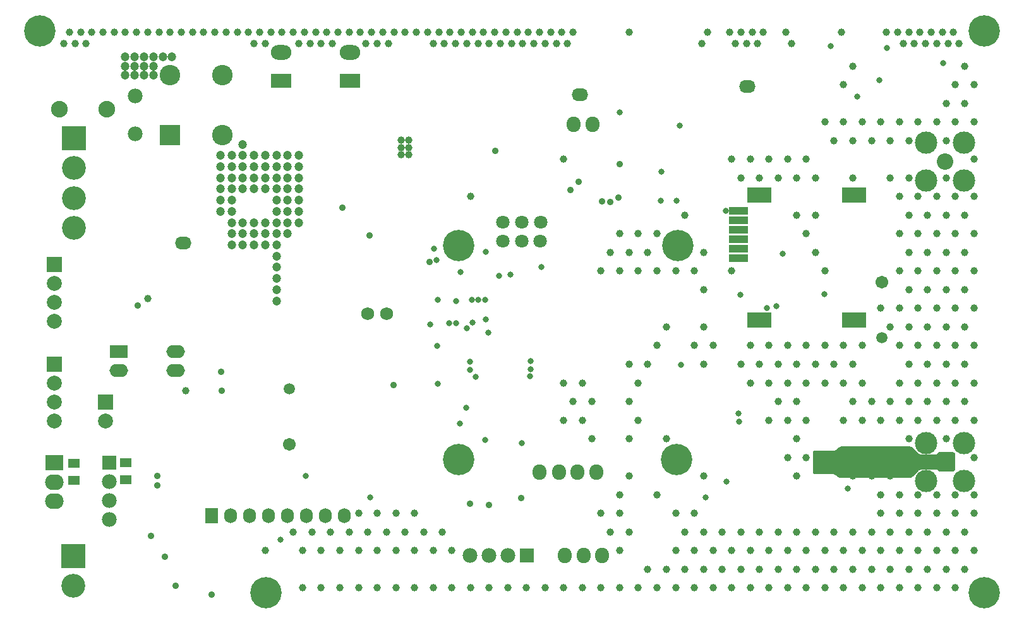
<source format=gbs>
G04*
G04 #@! TF.GenerationSoftware,Altium Limited,Altium Designer,18.1.6 (161)*
G04*
G04 Layer_Color=16711935*
%FSTAX24Y24*%
%MOIN*%
G70*
G01*
G75*
%ADD80R,0.0630X0.0474*%
%ADD111O,0.0867X0.0671*%
%ADD112O,0.0730X0.0830*%
%ADD113C,0.1182*%
%ADD114C,0.0867*%
%ADD115C,0.0395*%
%ADD116C,0.0680*%
%ADD117R,0.1080X0.0780*%
%ADD118O,0.1080X0.0780*%
%ADD119R,0.1080X0.1080*%
%ADD120C,0.1080*%
%ADD121C,0.0780*%
%ADD122C,0.0880*%
%ADD123C,0.0789*%
%ADD124R,0.0789X0.0789*%
%ADD125R,0.1261X0.1261*%
%ADD126C,0.1261*%
%ADD127O,0.0980X0.0680*%
%ADD128R,0.0980X0.0680*%
%ADD129R,0.0780X0.0780*%
%ADD130R,0.0980X0.0830*%
%ADD131O,0.0980X0.0830*%
%ADD132O,0.0671X0.0789*%
%ADD133R,0.0671X0.0789*%
%ADD134C,0.0710*%
%ADD135R,0.0780X0.0780*%
%ADD136C,0.0356*%
%ADD137C,0.1655*%
%ADD138C,0.0474*%
%ADD139C,0.0316*%
%ADD140C,0.0592*%
%ADD141C,0.0671*%
%ADD186R,0.0986X0.0395*%
%ADD187R,0.1261X0.0789*%
G36*
X05261Y02694D02*
X053638Y02694D01*
X053652Y026941D01*
X053681Y026946D01*
X053709Y026958D01*
X053733Y026974D01*
X053744Y026984D01*
X053744Y026984D01*
X053811Y02705D01*
X053834Y027074D01*
X05389Y027111D01*
X053952Y027137D01*
X054017Y02715D01*
X054051Y02715D01*
X054051Y02715D01*
X057623Y02715D01*
X057651Y02715D01*
X057706Y027139D01*
X057757Y027118D01*
X057803Y027087D01*
X057822Y027068D01*
X057822Y027068D01*
X058061Y026829D01*
X058085Y026807D01*
X058141Y02677D01*
X058202Y026745D01*
X058267Y026732D01*
X058301Y02673D01*
X058301Y02673D01*
X058972Y02673D01*
X058983Y026731D01*
X059006Y026735D01*
X059027Y026744D01*
X059046Y026756D01*
X059054Y026764D01*
X059054Y026764D01*
X059119Y026829D01*
X059129Y026839D01*
X059152Y026854D01*
X059177Y026865D01*
X059204Y02687D01*
X059218Y02687D01*
X059218Y02687D01*
X05988D01*
X059911Y026868D01*
X059968Y026843D01*
X060013Y026798D01*
X060038Y026741D01*
X06004Y02671D01*
X06004Y02671D01*
X06004Y02598D01*
X06004Y02595D01*
X060017Y025895D01*
X059975Y025853D01*
X05992Y02583D01*
X05989Y02583D01*
X05989D01*
X059242D01*
X059225Y02583D01*
X059191Y025837D01*
X05916Y02585D01*
X059131Y025869D01*
X059119Y025881D01*
X059119Y025881D01*
X059091Y025909D01*
X059083Y025916D01*
X059066Y025927D01*
X059047Y025935D01*
X059026Y025939D01*
X059016Y02594D01*
X059016Y02594D01*
X058267Y02594D01*
X058241Y025939D01*
X058192Y025929D01*
X058145Y02591D01*
X058103Y025882D01*
X058085Y025865D01*
X058085Y025865D01*
X057785Y025565D01*
X057767Y025547D01*
X057725Y025519D01*
X057678Y0255D01*
X057629Y02549D01*
X057603Y02549D01*
X057603Y02549D01*
X054061Y02549D01*
X054018Y02549D01*
X053933Y025507D01*
X053854Y02554D01*
X053783Y025587D01*
X053752Y025618D01*
X053752Y025618D01*
X053734Y025634D01*
X053694Y025661D01*
X053649Y025679D01*
X053602Y025689D01*
X053578Y02569D01*
X053578Y02569D01*
X05264D01*
X052618D01*
X052578Y025707D01*
X052547Y025738D01*
X05253Y025778D01*
Y0258D01*
Y0258D01*
Y02686D01*
Y026876D01*
X052542Y026905D01*
X052565Y026928D01*
X052594Y02694D01*
X05261D01*
X05261Y02694D01*
D02*
G37*
D80*
X01626Y0254D02*
D03*
Y0263D02*
D03*
X01351Y02535D02*
D03*
Y02625D02*
D03*
D111*
X01928Y03791D02*
D03*
X04023Y04572D02*
D03*
X04907Y04616D02*
D03*
D112*
X03941Y0214D02*
D03*
X04042D02*
D03*
X0414D02*
D03*
X0409Y04415D02*
D03*
X03989D02*
D03*
X0381Y0258D02*
D03*
X03911D02*
D03*
X04009D02*
D03*
X0411D02*
D03*
D113*
X0605Y027337D02*
D03*
Y025337D02*
D03*
X0585D02*
D03*
Y027337D02*
D03*
X0605Y0432D02*
D03*
Y0412D02*
D03*
X0585D02*
D03*
Y0432D02*
D03*
D114*
X0595Y026337D02*
D03*
Y0422D02*
D03*
D115*
X0308Y043337D02*
D03*
Y042944D02*
D03*
Y04255D02*
D03*
X031194D02*
D03*
Y042944D02*
D03*
Y043337D02*
D03*
X060236Y048425D02*
D03*
X059941Y049016D02*
D03*
X059646Y048425D02*
D03*
X05935Y049016D02*
D03*
X059055Y048425D02*
D03*
X05876Y049016D02*
D03*
X058465Y048425D02*
D03*
X058169Y049016D02*
D03*
X057874Y048425D02*
D03*
X057579Y049016D02*
D03*
X057283Y048425D02*
D03*
X056988Y049016D02*
D03*
X056398D02*
D03*
X054035D02*
D03*
X051378Y048425D02*
D03*
X051083Y049016D02*
D03*
X049902D02*
D03*
X049606Y048425D02*
D03*
X049311Y049016D02*
D03*
X049016Y048425D02*
D03*
X04872Y049016D02*
D03*
X048425Y048425D02*
D03*
X04813Y049016D02*
D03*
X046949D02*
D03*
X046654Y048425D02*
D03*
X042815Y049016D02*
D03*
X039862D02*
D03*
X039567Y048425D02*
D03*
X039272Y049016D02*
D03*
X038976Y048425D02*
D03*
X038681Y049016D02*
D03*
X038386Y048425D02*
D03*
X038091Y049016D02*
D03*
X037795Y048425D02*
D03*
X0375Y049016D02*
D03*
X037205Y048425D02*
D03*
X036909Y049016D02*
D03*
X036614Y048425D02*
D03*
X036319Y049016D02*
D03*
X036024Y048425D02*
D03*
X035728Y049016D02*
D03*
X035433Y048425D02*
D03*
X035138Y049016D02*
D03*
X034843Y048425D02*
D03*
X034547Y049016D02*
D03*
X034252Y048425D02*
D03*
X033957Y049016D02*
D03*
X033661Y048425D02*
D03*
X033366Y049016D02*
D03*
X033071Y048425D02*
D03*
X032776Y049016D02*
D03*
X03248Y048425D02*
D03*
X032185Y049016D02*
D03*
X031594D02*
D03*
X031004D02*
D03*
X030413D02*
D03*
X030118Y048425D02*
D03*
X029823Y049016D02*
D03*
X029528Y048425D02*
D03*
X029232Y049016D02*
D03*
X028937Y048425D02*
D03*
X028642Y049016D02*
D03*
X028051D02*
D03*
X027461D02*
D03*
X027165Y048425D02*
D03*
X02687Y049016D02*
D03*
X026575Y048425D02*
D03*
X02628Y049016D02*
D03*
X025984Y048425D02*
D03*
X025689Y049016D02*
D03*
X025394Y048425D02*
D03*
X025098Y049016D02*
D03*
X024508D02*
D03*
X023917D02*
D03*
X023622Y048425D02*
D03*
X023327Y049016D02*
D03*
X023031Y048425D02*
D03*
X022736Y049016D02*
D03*
X022146D02*
D03*
X021555D02*
D03*
X020965D02*
D03*
X020374D02*
D03*
X019783D02*
D03*
X019193D02*
D03*
X018602D02*
D03*
X018012D02*
D03*
X017421D02*
D03*
X016831D02*
D03*
X01624D02*
D03*
X01565D02*
D03*
X015059D02*
D03*
X014468D02*
D03*
X014173Y048425D02*
D03*
X013878Y049016D02*
D03*
X013583Y048425D02*
D03*
X013287Y049016D02*
D03*
X012992Y048425D02*
D03*
X061024Y023622D02*
D03*
Y021654D02*
D03*
X060039Y023622D02*
D03*
X060532Y022638D02*
D03*
X060039Y021654D02*
D03*
X060532Y020669D02*
D03*
X060039Y019685D02*
D03*
X059055Y023622D02*
D03*
X059547Y022638D02*
D03*
X059055Y021654D02*
D03*
X059547Y020669D02*
D03*
X059055Y019685D02*
D03*
X058071Y023622D02*
D03*
X058563Y022638D02*
D03*
X058071Y021654D02*
D03*
X058563Y020669D02*
D03*
X058071Y019685D02*
D03*
X057087Y023622D02*
D03*
X057579Y022638D02*
D03*
X057087Y021654D02*
D03*
X057579Y020669D02*
D03*
X057087Y019685D02*
D03*
X056102Y023622D02*
D03*
X056594Y022638D02*
D03*
X056102Y021654D02*
D03*
X056594Y020669D02*
D03*
X056102Y019685D02*
D03*
X05561Y022638D02*
D03*
X055118Y021654D02*
D03*
X05561Y020669D02*
D03*
X055118Y019685D02*
D03*
X054626Y022638D02*
D03*
X054134Y021654D02*
D03*
X054626Y020669D02*
D03*
X054134Y019685D02*
D03*
X053642Y022638D02*
D03*
X05315Y021654D02*
D03*
X053642Y020669D02*
D03*
X05315Y019685D02*
D03*
X052657Y022638D02*
D03*
X052165Y021654D02*
D03*
X052657Y020669D02*
D03*
X052165Y019685D02*
D03*
X051673Y022638D02*
D03*
X051181Y021654D02*
D03*
X051673Y020669D02*
D03*
X051181Y019685D02*
D03*
X050689Y022638D02*
D03*
X050197Y021654D02*
D03*
X050689Y020669D02*
D03*
X050197Y019685D02*
D03*
X049705Y022638D02*
D03*
X049213Y021654D02*
D03*
X049705Y020669D02*
D03*
X049213Y019685D02*
D03*
X04872Y022638D02*
D03*
X048228Y021654D02*
D03*
X04872Y020669D02*
D03*
X048228Y019685D02*
D03*
X047736Y022638D02*
D03*
X047244Y021654D02*
D03*
X047736Y020669D02*
D03*
X047244Y019685D02*
D03*
X04626Y023622D02*
D03*
X046752Y022638D02*
D03*
X04626Y021654D02*
D03*
X046752Y020669D02*
D03*
X04626Y019685D02*
D03*
X045276Y023622D02*
D03*
X045768Y022638D02*
D03*
X045276Y021654D02*
D03*
X045768Y020669D02*
D03*
X045276Y019685D02*
D03*
X044783Y020669D02*
D03*
X044291Y019685D02*
D03*
X043799Y020669D02*
D03*
X043307Y019685D02*
D03*
X042323Y023622D02*
D03*
X042815Y022638D02*
D03*
X042323Y021654D02*
D03*
Y019685D02*
D03*
X041339Y023622D02*
D03*
X041831Y022638D02*
D03*
X041339Y019685D02*
D03*
X040354D02*
D03*
X03937D02*
D03*
X038386D02*
D03*
X037402D02*
D03*
X036417D02*
D03*
X035433D02*
D03*
X034449D02*
D03*
X033465Y021654D02*
D03*
Y019685D02*
D03*
X032972Y022638D02*
D03*
X03248Y021654D02*
D03*
Y019685D02*
D03*
X031496Y023622D02*
D03*
X031988Y022638D02*
D03*
X031496Y021654D02*
D03*
Y019685D02*
D03*
X030512Y023622D02*
D03*
X031004Y022638D02*
D03*
X030512Y021654D02*
D03*
Y019685D02*
D03*
X029528Y023622D02*
D03*
X03002Y022638D02*
D03*
X029528Y021654D02*
D03*
Y019685D02*
D03*
X028543Y023622D02*
D03*
X029035Y022638D02*
D03*
X028543Y021654D02*
D03*
Y019685D02*
D03*
X028051Y022638D02*
D03*
X027559Y021654D02*
D03*
Y019685D02*
D03*
X027067Y022638D02*
D03*
X026575Y021654D02*
D03*
Y019685D02*
D03*
X026083Y022638D02*
D03*
X025591Y021654D02*
D03*
Y019685D02*
D03*
X025098Y022638D02*
D03*
X023622Y021654D02*
D03*
X061024Y04626D02*
D03*
Y044291D02*
D03*
Y042323D02*
D03*
Y040354D02*
D03*
Y038386D02*
D03*
Y036417D02*
D03*
Y034449D02*
D03*
Y03248D02*
D03*
Y030512D02*
D03*
Y028543D02*
D03*
Y026575D02*
D03*
Y024606D02*
D03*
X060532Y047244D02*
D03*
X060039Y04626D02*
D03*
X060532Y045276D02*
D03*
X060039Y044291D02*
D03*
Y040354D02*
D03*
X060532Y03937D02*
D03*
X060039Y038386D02*
D03*
X060532Y037402D02*
D03*
X060039Y036417D02*
D03*
X060532Y035433D02*
D03*
X060039Y034449D02*
D03*
X060532Y033465D02*
D03*
X060039Y03248D02*
D03*
X060532Y031496D02*
D03*
X060039Y030512D02*
D03*
X060532Y029528D02*
D03*
X060039Y028543D02*
D03*
Y024606D02*
D03*
X059547Y045276D02*
D03*
X059055Y044291D02*
D03*
X059547Y043307D02*
D03*
Y041339D02*
D03*
X059055Y040354D02*
D03*
X059547Y03937D02*
D03*
X059055Y038386D02*
D03*
X059547Y037402D02*
D03*
X059055Y036417D02*
D03*
X059547Y035433D02*
D03*
X059055Y034449D02*
D03*
X059547Y033465D02*
D03*
X059055Y03248D02*
D03*
X059547Y031496D02*
D03*
X059055Y030512D02*
D03*
X059547Y029528D02*
D03*
X059055Y028543D02*
D03*
X059547Y027559D02*
D03*
X059055Y024606D02*
D03*
X058071Y044291D02*
D03*
Y040354D02*
D03*
X058563Y03937D02*
D03*
X058071Y038386D02*
D03*
X058563Y037402D02*
D03*
X058071Y036417D02*
D03*
X058563Y035433D02*
D03*
X058071Y034449D02*
D03*
X058563Y033465D02*
D03*
X058071Y03248D02*
D03*
X058563Y031496D02*
D03*
X058071Y030512D02*
D03*
X058563Y029528D02*
D03*
X058071Y028543D02*
D03*
Y024606D02*
D03*
X057087Y044291D02*
D03*
X057579Y043307D02*
D03*
Y041339D02*
D03*
X057087Y040354D02*
D03*
X057579Y03937D02*
D03*
X057087Y038386D02*
D03*
X057579Y037402D02*
D03*
X057087Y036417D02*
D03*
X057579Y035433D02*
D03*
X057087Y034449D02*
D03*
X057579Y033465D02*
D03*
X057087Y03248D02*
D03*
X057579Y031496D02*
D03*
X057087Y030512D02*
D03*
X057579Y029528D02*
D03*
X057087Y028543D02*
D03*
X057579Y027559D02*
D03*
X057087Y024606D02*
D03*
X056102Y044291D02*
D03*
X056594Y043307D02*
D03*
Y041339D02*
D03*
X056102Y034449D02*
D03*
X056594Y033465D02*
D03*
Y029528D02*
D03*
X056102Y028543D02*
D03*
X056594Y025591D02*
D03*
X056102Y024606D02*
D03*
X055118Y044291D02*
D03*
X05561Y043307D02*
D03*
X055118Y03248D02*
D03*
Y030512D02*
D03*
X05561Y029528D02*
D03*
X055118Y028543D02*
D03*
X05561Y025591D02*
D03*
X054626Y047244D02*
D03*
X054134Y04626D02*
D03*
Y044291D02*
D03*
X054626Y043307D02*
D03*
Y041339D02*
D03*
X054134Y03248D02*
D03*
X054626Y031496D02*
D03*
X054134Y030512D02*
D03*
X054626Y029528D02*
D03*
X054134Y028543D02*
D03*
X054626Y025591D02*
D03*
X05315Y044291D02*
D03*
X053642Y043307D02*
D03*
X05315Y036417D02*
D03*
Y03248D02*
D03*
X053642Y031496D02*
D03*
X05315Y030512D02*
D03*
X052165Y042323D02*
D03*
X052657Y041339D02*
D03*
Y03937D02*
D03*
X052165Y038386D02*
D03*
X052657Y037402D02*
D03*
X052165Y03248D02*
D03*
X052657Y031496D02*
D03*
X052165Y030512D02*
D03*
Y028543D02*
D03*
Y026575D02*
D03*
X051181Y042323D02*
D03*
X051673Y041339D02*
D03*
Y03937D02*
D03*
X051181Y03248D02*
D03*
X051673Y031496D02*
D03*
X051181Y030512D02*
D03*
X051673Y029528D02*
D03*
X051181Y028543D02*
D03*
X051673Y027559D02*
D03*
X051181Y026575D02*
D03*
X051673Y025591D02*
D03*
X050197Y042323D02*
D03*
X050689Y041339D02*
D03*
X050197Y03248D02*
D03*
X050689Y031496D02*
D03*
X050197Y030512D02*
D03*
X050689Y029528D02*
D03*
X050197Y028543D02*
D03*
X049213Y042323D02*
D03*
X049705Y041339D02*
D03*
X049213Y03248D02*
D03*
X049705Y031496D02*
D03*
X049213Y030512D02*
D03*
X048228Y042323D02*
D03*
X04872Y041339D02*
D03*
X048228Y036417D02*
D03*
X04872Y031496D02*
D03*
X047244Y03248D02*
D03*
X046752Y037402D02*
D03*
X04626Y036417D02*
D03*
X046752Y035433D02*
D03*
Y033465D02*
D03*
X04626Y03248D02*
D03*
X046752Y031496D02*
D03*
Y025591D02*
D03*
X045768Y03937D02*
D03*
X045276Y036417D02*
D03*
X044291Y038386D02*
D03*
Y036417D02*
D03*
X044783Y033465D02*
D03*
X044291Y03248D02*
D03*
X044783Y027559D02*
D03*
X044291Y024606D02*
D03*
X043307Y038386D02*
D03*
X043799Y037402D02*
D03*
X043307Y036417D02*
D03*
X043799Y031496D02*
D03*
X043307Y030512D02*
D03*
Y028543D02*
D03*
X042323Y038386D02*
D03*
X042815Y037402D02*
D03*
X042323Y036417D02*
D03*
X042815Y031496D02*
D03*
Y029528D02*
D03*
Y027559D02*
D03*
Y025591D02*
D03*
X042323Y024606D02*
D03*
X041831Y037402D02*
D03*
X041339Y036417D02*
D03*
X040354Y030512D02*
D03*
X040846Y029528D02*
D03*
X040354Y028543D02*
D03*
X040846Y027559D02*
D03*
X03937Y042323D02*
D03*
Y030512D02*
D03*
X039862Y029528D02*
D03*
X03937Y028543D02*
D03*
X01944Y0301D02*
D03*
X01743Y03495D02*
D03*
X03445Y04035D02*
D03*
D116*
X03002Y03415D02*
D03*
X02902D02*
D03*
D117*
X0281Y04645D02*
D03*
X02445D02*
D03*
D118*
X0281Y04795D02*
D03*
X02445D02*
D03*
D119*
X018588Y043603D02*
D03*
D120*
X021344D02*
D03*
Y046752D02*
D03*
X018588D02*
D03*
D121*
X01675Y04565D02*
D03*
Y04365D02*
D03*
X0154Y0233D02*
D03*
Y0243D02*
D03*
Y0253D02*
D03*
X03442Y0214D02*
D03*
X03542D02*
D03*
X03642D02*
D03*
D122*
X01275Y04495D02*
D03*
X01525D02*
D03*
D123*
X0125Y03375D02*
D03*
Y03475D02*
D03*
Y03575D02*
D03*
X0152Y0285D02*
D03*
X0125D02*
D03*
Y0295D02*
D03*
Y0305D02*
D03*
D124*
Y03675D02*
D03*
X0152Y0295D02*
D03*
X0125Y0315D02*
D03*
D125*
X01351Y043425D02*
D03*
X0135Y02137D02*
D03*
D126*
X01351Y04185D02*
D03*
Y040275D02*
D03*
Y0387D02*
D03*
X0135Y019795D02*
D03*
D127*
X0189Y03215D02*
D03*
Y03115D02*
D03*
X0159D02*
D03*
D128*
Y03215D02*
D03*
D129*
X0154Y0263D02*
D03*
D130*
X0125Y026305D02*
D03*
D131*
Y025255D02*
D03*
Y024255D02*
D03*
D132*
X0278Y02351D02*
D03*
X0268D02*
D03*
X0258D02*
D03*
X0248D02*
D03*
X0238D02*
D03*
X0228D02*
D03*
X0218D02*
D03*
D133*
X0208D02*
D03*
D134*
X03715Y039D02*
D03*
X03815D02*
D03*
X03615D02*
D03*
X03814Y038D02*
D03*
X03715D02*
D03*
X03615D02*
D03*
D135*
X03742Y0214D02*
D03*
D136*
X01793Y02558D02*
D03*
X03229Y03691D02*
D03*
X04226Y0403D02*
D03*
X03713Y02444D02*
D03*
X04234Y04207D02*
D03*
X04183Y04005D02*
D03*
X04138Y04009D02*
D03*
X03542Y02407D02*
D03*
X03443Y02414D02*
D03*
X01792Y0251D02*
D03*
X029142Y0383D02*
D03*
X02128Y0311D02*
D03*
X02768Y03976D02*
D03*
X02132Y03011D02*
D03*
X04015Y04112D02*
D03*
X01688Y03459D02*
D03*
X01758Y02242D02*
D03*
X02079Y01932D02*
D03*
X01889Y019795D02*
D03*
X01834Y02132D02*
D03*
X0304Y03038D02*
D03*
X03575Y04275D02*
D03*
X03974Y04071D02*
D03*
D137*
X01174Y0491D02*
D03*
X02365Y01944D02*
D03*
X06156D02*
D03*
Y04911D02*
D03*
X04534Y02646D02*
D03*
X03381D02*
D03*
X04539Y03777D02*
D03*
X03381D02*
D03*
D138*
X025394Y04252D02*
D03*
Y041929D02*
D03*
Y041339D02*
D03*
Y040748D02*
D03*
Y040157D02*
D03*
Y039567D02*
D03*
Y038976D02*
D03*
X024803Y04252D02*
D03*
Y041929D02*
D03*
Y041339D02*
D03*
Y040748D02*
D03*
Y040157D02*
D03*
Y039567D02*
D03*
Y038976D02*
D03*
Y038386D02*
D03*
X024213Y04252D02*
D03*
Y041929D02*
D03*
Y041339D02*
D03*
Y040748D02*
D03*
Y040157D02*
D03*
Y039567D02*
D03*
Y038976D02*
D03*
Y038386D02*
D03*
Y037795D02*
D03*
Y037205D02*
D03*
Y036614D02*
D03*
Y036024D02*
D03*
Y035433D02*
D03*
Y034843D02*
D03*
X023622Y04252D02*
D03*
Y041929D02*
D03*
Y041339D02*
D03*
Y040748D02*
D03*
Y038976D02*
D03*
Y038386D02*
D03*
Y037795D02*
D03*
X023031Y04252D02*
D03*
Y041929D02*
D03*
Y041339D02*
D03*
Y040748D02*
D03*
Y038976D02*
D03*
Y038386D02*
D03*
Y037795D02*
D03*
X022441Y04311D02*
D03*
Y04252D02*
D03*
Y041929D02*
D03*
Y041339D02*
D03*
Y040748D02*
D03*
Y038976D02*
D03*
Y038386D02*
D03*
Y037795D02*
D03*
X02185Y04252D02*
D03*
Y041929D02*
D03*
Y041339D02*
D03*
Y040748D02*
D03*
Y040157D02*
D03*
Y039567D02*
D03*
Y038976D02*
D03*
Y038386D02*
D03*
Y037795D02*
D03*
X02126Y04252D02*
D03*
Y041929D02*
D03*
Y041339D02*
D03*
Y040748D02*
D03*
Y040157D02*
D03*
Y039567D02*
D03*
X018701Y047736D02*
D03*
X018209D02*
D03*
X017717D02*
D03*
Y047244D02*
D03*
Y046752D02*
D03*
X017224Y047736D02*
D03*
Y047244D02*
D03*
Y046752D02*
D03*
X016732Y047736D02*
D03*
Y047244D02*
D03*
Y046752D02*
D03*
X01624Y047736D02*
D03*
Y047244D02*
D03*
Y046752D02*
D03*
D139*
X03265Y03701D02*
D03*
X05604Y0465D02*
D03*
X05641Y04821D02*
D03*
X05487Y04564D02*
D03*
X0382Y03663D02*
D03*
X05346Y04831D02*
D03*
X05939Y04741D02*
D03*
X045492Y04409D02*
D03*
X05314Y03518D02*
D03*
X04451Y04167D02*
D03*
X0376Y03085D02*
D03*
X03761Y03122D02*
D03*
X03471Y03084D02*
D03*
X03442Y03121D02*
D03*
X03762Y03167D02*
D03*
X03442Y03164D02*
D03*
X03423Y02921D02*
D03*
X03715Y02734D02*
D03*
X03455Y03371D02*
D03*
X034268Y03339D02*
D03*
X034858Y034908D02*
D03*
X02444Y02222D02*
D03*
X04862Y02846D02*
D03*
X0486Y02891D02*
D03*
X04555Y03146D02*
D03*
X03452Y03491D02*
D03*
X03521Y03488D02*
D03*
Y02749D02*
D03*
X03369Y03367D02*
D03*
X03334D02*
D03*
X04234Y04481D02*
D03*
X03388Y02837D02*
D03*
X04686Y02445D02*
D03*
X04795Y02528D02*
D03*
X05435Y024924D02*
D03*
X03538Y03317D02*
D03*
X035252Y03386D02*
D03*
X04793Y03959D02*
D03*
X0487Y035152D02*
D03*
X0501Y03445D02*
D03*
X050582Y034568D02*
D03*
X05094Y03734D02*
D03*
X04449Y04012D02*
D03*
X04534D02*
D03*
X03274Y03047D02*
D03*
X02917Y02445D02*
D03*
X03254Y03761D02*
D03*
X03273Y034887D02*
D03*
X02575Y0256D02*
D03*
X03394Y03637D02*
D03*
X033677Y03484D02*
D03*
X03527Y037445D02*
D03*
X03655Y03623D02*
D03*
X035955Y036165D02*
D03*
X03232Y0336D02*
D03*
X03269Y03245D02*
D03*
D140*
X05616Y0329D02*
D03*
X0249Y03019D02*
D03*
D141*
X05617Y03583D02*
D03*
X02489Y02726D02*
D03*
D186*
X0486Y037095D02*
D03*
Y037595D02*
D03*
Y038095D02*
D03*
Y038595D02*
D03*
Y039095D02*
D03*
Y039595D02*
D03*
D187*
X0497Y033845D02*
D03*
Y040445D02*
D03*
X0547Y033845D02*
D03*
Y040445D02*
D03*
M02*

</source>
